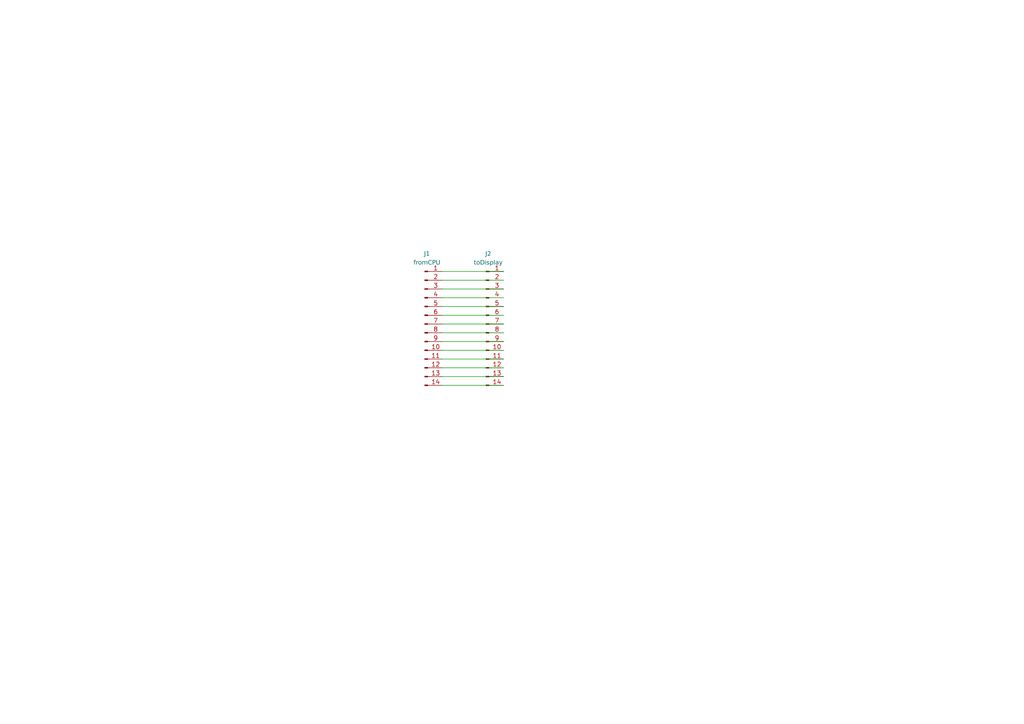
<source format=kicad_sch>
(kicad_sch (version 20230121) (generator eeschema)
  (paper "A4")
  (lib_symbols
    (symbol "Connector:Conn_01x14_Pin" (pin_names (offset 1.016) hide)
      (property "Reference" "J" (at 0 17.78 0))
      (property "Value" "Conn_01x14_Pin" (at 0 -20.32 0))
      (symbol "Conn_01x14_Pin_1_1"
        (polyline (pts (xy 1.27 -17.78) (xy 0.8636 -17.78)) (stroke (width 0.1524)))
        (polyline (pts (xy 1.27 -15.24) (xy 0.8636 -15.24)) (stroke (width 0.1524)))
        (polyline (pts (xy 1.27 -12.7) (xy 0.8636 -12.7)) (stroke (width 0.1524)))
        (polyline (pts (xy 1.27 -10.16) (xy 0.8636 -10.16)) (stroke (width 0.1524)))
        (polyline (pts (xy 1.27 -7.62) (xy 0.8636 -7.62)) (stroke (width 0.1524)))
        (polyline (pts (xy 1.27 -5.08) (xy 0.8636 -5.08)) (stroke (width 0.1524)))
        (polyline (pts (xy 1.27 -2.54) (xy 0.8636 -2.54)) (stroke (width 0.1524)))
        (polyline (pts (xy 1.27 0) (xy 0.8636 0)) (stroke (width 0.1524)))
        (polyline (pts (xy 1.27 2.54) (xy 0.8636 2.54)) (stroke (width 0.1524)))
        (polyline (pts (xy 1.27 5.08) (xy 0.8636 5.08)) (stroke (width 0.1524)))
        (polyline (pts (xy 1.27 7.62) (xy 0.8636 7.62)) (stroke (width 0.1524)))
        (polyline (pts (xy 1.27 10.16) (xy 0.8636 10.16)) (stroke (width 0.1524)))
        (polyline (pts (xy 1.27 12.7) (xy 0.8636 12.7)) (stroke (width 0.1524)))
        (polyline (pts (xy 1.27 15.24) (xy 0.8636 15.24)) (stroke (width 0.1524)))
        (rectangle (start 0.8636 -17.653) (end 0 -17.907) (stroke (width 0.1524)) (fill (type outline)))
        (rectangle (start 0.8636 -15.113) (end 0 -15.367) (stroke (width 0.1524)) (fill (type outline)))
        (rectangle (start 0.8636 -12.573) (end 0 -12.827) (stroke (width 0.1524)) (fill (type outline)))
        (rectangle (start 0.8636 -10.033) (end 0 -10.287) (stroke (width 0.1524)) (fill (type outline)))
        (rectangle (start 0.8636 -7.493) (end 0 -7.747) (stroke (width 0.1524)) (fill (type outline)))
        (rectangle (start 0.8636 -4.953) (end 0 -5.207) (stroke (width 0.1524)) (fill (type outline)))
        (rectangle (start 0.8636 -2.413) (end 0 -2.667) (stroke (width 0.1524)) (fill (type outline)))
        (rectangle (start 0.8636 0.127) (end 0 -0.127) (stroke (width 0.1524)) (fill (type outline)))
        (rectangle (start 0.8636 2.667) (end 0 2.413) (stroke (width 0.1524)) (fill (type outline)))
        (rectangle (start 0.8636 5.207) (end 0 4.953) (stroke (width 0.1524)) (fill (type outline)))
        (rectangle (start 0.8636 7.747) (end 0 7.493) (stroke (width 0.1524)) (fill (type outline)))
        (rectangle (start 0.8636 10.287) (end 0 10.033) (stroke (width 0.1524)) (fill (type outline)))
        (rectangle (start 0.8636 12.827) (end 0 12.573) (stroke (width 0.1524)) (fill (type outline)))
        (rectangle (start 0.8636 15.367) (end 0 15.113) (stroke (width 0.1524)) (fill (type outline)))
        (pin passive line (at 5.08 15.24 180) (length 3.81) (name "Pin_1") (number "1"))
        (pin passive line (at 5.08 -7.62 180) (length 3.81) (name "Pin_10") (number "10"))
        (pin passive line (at 5.08 -10.16 180) (length 3.81) (name "Pin_11") (number "11"))
        (pin passive line (at 5.08 -12.7 180) (length 3.81) (name "Pin_12") (number "12"))
        (pin passive line (at 5.08 -15.24 180) (length 3.81) (name "Pin_13") (number "13"))
        (pin passive line (at 5.08 -17.78 180) (length 3.81) (name "Pin_14") (number "14"))
        (pin passive line (at 5.08 12.7 180) (length 3.81) (name "Pin_2") (number "2"))
        (pin passive line (at 5.08 10.16 180) (length 3.81) (name "Pin_3") (number "3"))
        (pin passive line (at 5.08 7.62 180) (length 3.81) (name "Pin_4") (number "4"))
        (pin passive line (at 5.08 5.08 180) (length 3.81) (name "Pin_5") (number "5"))
        (pin passive line (at 5.08 2.54 180) (length 3.81) (name "Pin_6") (number "6"))
        (pin passive line (at 5.08 0 180) (length 3.81) (name "Pin_7") (number "7"))
        (pin passive line (at 5.08 -2.54 180) (length 3.81) (name "Pin_8") (number "8"))
        (pin passive line (at 5.08 -5.08 180) (length 3.81) (name "Pin_9") (number "9"))
      )
    )
  )
  (wire (pts (xy 146.05 104.14) (xy 128.27 104.14)))
  (wire (pts (xy 146.05 106.68) (xy 128.27 106.68)))
  (wire (pts (xy 146.05 78.74) (xy 128.27 78.74)))
  (wire (pts (xy 146.05 81.28) (xy 128.27 81.28)))
  (wire (pts (xy 146.05 99.06) (xy 128.27 99.06)))
  (wire (pts (xy 146.05 111.76) (xy 128.27 111.76)))
  (wire (pts (xy 146.05 93.98) (xy 128.27 93.98)))
  (wire (pts (xy 146.05 101.6) (xy 128.27 101.6)))
  (wire (pts (xy 146.05 91.44) (xy 128.27 91.44)))
  (wire (pts (xy 146.05 96.52) (xy 128.27 96.52)))
  (wire (pts (xy 146.05 109.22) (xy 128.27 109.22)))
  (wire (pts (xy 146.05 86.36) (xy 128.27 86.36)))
  (wire (pts (xy 146.05 88.9) (xy 128.27 88.9)))
  (wire (pts (xy 146.05 83.82) (xy 128.27 83.82)))
  (symbol (lib_id "Connector:Conn_01x14_Pin") (at 123.19 93.98 0) (unit 1)
    (property "Reference" "J1" (at 123.825 73.66 0))
    (property "Value" "fromCPU" (at 123.825 76.2 0))
    (property "Footprint" "Connector_JST:JST_XH_S14B-XH-A-1_1x14_P2.50mm_Horizontal" (effects hide))
  )
  (symbol (lib_id "Connector:Conn_01x14_Pin") (at 140.97 93.98 0) (unit 1)
    (property "Reference" "J2" (at 141.605 73.66 0))
    (property "Value" "toDisplay" (at 141.605 76.2 0))
    (property "Footprint" "Connector_PinSocket_2.54mm:PinSocket_1x14_P2.54mm_Vertical" (effects hide))
  )
)
</source>
